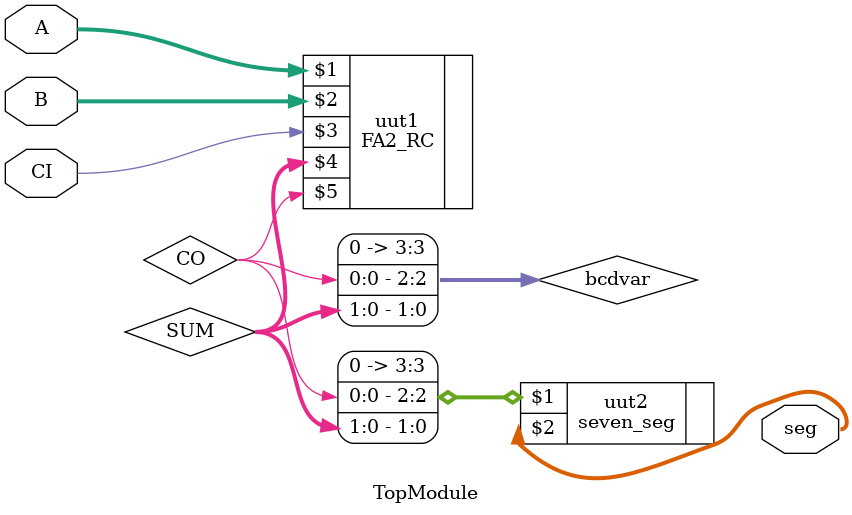
<source format=v>
`timescale 1ns / 1ps


module TopModule(

input [1:0] A, B,
input CI,
output [6:0] seg);

wire [1:0] SUM;
wire CO;
wire [3:0] bcdvar;


FA2_RC uut1 (A, B, CI,  SUM,CO);

assign bcdvar = {1'b0, CO, SUM};

seven_seg uut2 (bcdvar, seg);

endmodule

</source>
